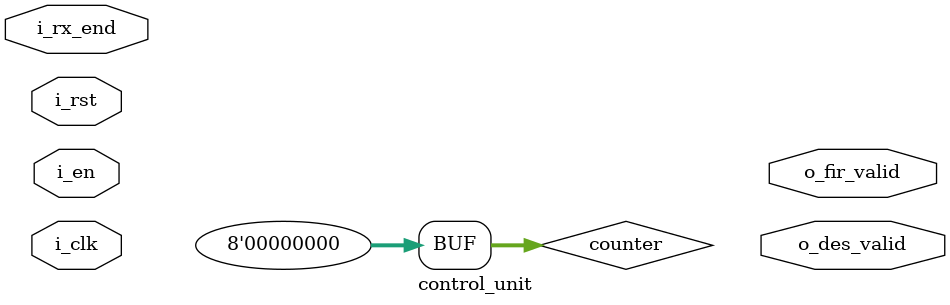
<source format=v>

module control_unit
#(parameter DATA_WIDTH = 24)
    (
        input wire i_clk,
        input wire i_rst,
        input wire i_en,
        input wire i_rx_end,
        output wire o_des_valid,
        output wire o_fir_valid 
    );

    reg [7:0] counter = 8'h00;


endmodule

</source>
